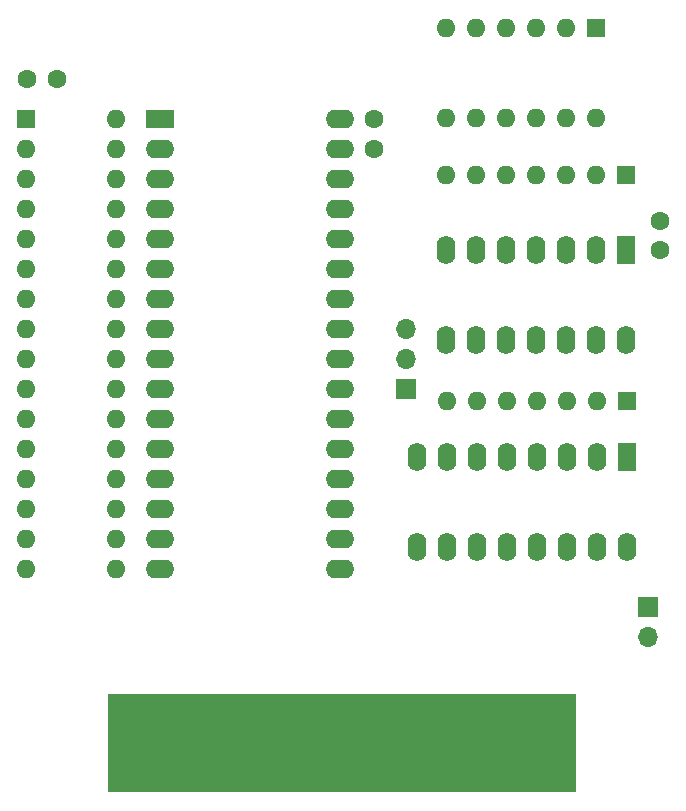
<source format=gbr>
%TF.GenerationSoftware,KiCad,Pcbnew,9.0.0*%
%TF.CreationDate,2025-05-02T13:48:10-04:00*%
%TF.ProjectId,cbm2rrcart,63626d32-7272-4636-9172-742e6b696361,rev?*%
%TF.SameCoordinates,Original*%
%TF.FileFunction,Soldermask,Top*%
%TF.FilePolarity,Negative*%
%FSLAX46Y46*%
G04 Gerber Fmt 4.6, Leading zero omitted, Abs format (unit mm)*
G04 Created by KiCad (PCBNEW 9.0.0) date 2025-05-02 13:48:10*
%MOMM*%
%LPD*%
G01*
G04 APERTURE LIST*
%ADD10R,1.600000X2.400000*%
%ADD11O,1.600000X2.400000*%
%ADD12C,1.600000*%
%ADD13R,1.600000X1.600000*%
%ADD14O,1.600000X1.600000*%
%ADD15R,2.400000X1.600000*%
%ADD16O,2.400000X1.600000*%
%ADD17R,1.700000X1.700000*%
%ADD18O,1.700000X1.700000*%
%ADD19R,39.674800X8.315600*%
%ADD20R,1.524000X8.000000*%
G04 APERTURE END LIST*
D10*
%TO.C,U1*%
X177850800Y-93141800D03*
D11*
X175310800Y-93141800D03*
X172770800Y-93141800D03*
X170230800Y-93141800D03*
X167690800Y-93141800D03*
X165150800Y-93141800D03*
X162610800Y-93141800D03*
X160070800Y-93141800D03*
X160070800Y-100761800D03*
X162610800Y-100761800D03*
X165150800Y-100761800D03*
X167690800Y-100761800D03*
X170230800Y-100761800D03*
X172770800Y-100761800D03*
X175310800Y-100761800D03*
X177850800Y-100761800D03*
%TD*%
D12*
%TO.C,C2*%
X156438600Y-64577600D03*
X156438600Y-67077600D03*
%TD*%
D13*
%TO.C,RN1*%
X177850800Y-88417400D03*
D14*
X175310800Y-88417400D03*
X172770800Y-88417400D03*
X170230800Y-88417400D03*
X167690800Y-88417400D03*
X165150800Y-88417400D03*
X162610800Y-88417400D03*
%TD*%
D13*
%TO.C,RN2*%
X177774600Y-69316600D03*
D14*
X175234600Y-69316600D03*
X172694600Y-69316600D03*
X170154600Y-69316600D03*
X167614600Y-69316600D03*
X165074600Y-69316600D03*
X162534600Y-69316600D03*
%TD*%
D15*
%TO.C,U2*%
X138277600Y-64566800D03*
D16*
X138277600Y-67106800D03*
X138277600Y-69646800D03*
X138277600Y-72186800D03*
X138277600Y-74726800D03*
X138277600Y-77266800D03*
X138277600Y-79806800D03*
X138277600Y-82346800D03*
X138277600Y-84886800D03*
X138277600Y-87426800D03*
X138277600Y-89966800D03*
X138277600Y-92506800D03*
X138277600Y-95046800D03*
X138277600Y-97586800D03*
X138277600Y-100126800D03*
X138277600Y-102666800D03*
X153517600Y-102666800D03*
X153517600Y-100126800D03*
X153517600Y-97586800D03*
X153517600Y-95046800D03*
X153517600Y-92506800D03*
X153517600Y-89966800D03*
X153517600Y-87426800D03*
X153517600Y-84886800D03*
X153517600Y-82346800D03*
X153517600Y-79806800D03*
X153517600Y-77266800D03*
X153517600Y-74726800D03*
X153517600Y-72186800D03*
X153517600Y-69646800D03*
X153517600Y-67106800D03*
X153517600Y-64566800D03*
%TD*%
D17*
%TO.C,J1*%
X159131000Y-87401400D03*
D18*
X159131000Y-84861400D03*
X159131000Y-82321400D03*
%TD*%
D12*
%TO.C,C3*%
X129590800Y-61174000D03*
X127090800Y-61174000D03*
%TD*%
D10*
%TO.C,U4*%
X177800000Y-75641200D03*
D11*
X175260000Y-75641200D03*
X172720000Y-75641200D03*
X170180000Y-75641200D03*
X167640000Y-75641200D03*
X165100000Y-75641200D03*
X162560000Y-75641200D03*
X162560000Y-83261200D03*
X165100000Y-83261200D03*
X167640000Y-83261200D03*
X170180000Y-83261200D03*
X172720000Y-83261200D03*
X175260000Y-83261200D03*
X177800000Y-83261200D03*
%TD*%
D12*
%TO.C,C4*%
X180670200Y-73166600D03*
X180670200Y-75666600D03*
%TD*%
D13*
%TO.C,U3*%
X126949200Y-64566800D03*
D14*
X126949200Y-67106800D03*
X126949200Y-69646800D03*
X126949200Y-72186800D03*
X126949200Y-74726800D03*
X126949200Y-77266800D03*
X126949200Y-79806800D03*
X126949200Y-82346800D03*
X126949200Y-84886800D03*
X126949200Y-87426800D03*
X126949200Y-89966800D03*
X126949200Y-92506800D03*
X126949200Y-95046800D03*
X126949200Y-97586800D03*
X126949200Y-100126800D03*
X126949200Y-102666800D03*
X134569200Y-102666800D03*
X134569200Y-100126800D03*
X134569200Y-97586800D03*
X134569200Y-95046800D03*
X134569200Y-92506800D03*
X134569200Y-89966800D03*
X134569200Y-87426800D03*
X134569200Y-84886800D03*
X134569200Y-82346800D03*
X134569200Y-79806800D03*
X134569200Y-77266800D03*
X134569200Y-74726800D03*
X134569200Y-72186800D03*
X134569200Y-69646800D03*
X134569200Y-67106800D03*
X134569200Y-64566800D03*
%TD*%
D13*
%TO.C,SW1*%
X175234601Y-56870600D03*
D14*
X172694601Y-56870600D03*
X170154601Y-56870600D03*
X167614601Y-56870600D03*
X165074601Y-56870600D03*
X162534601Y-56870600D03*
X162534601Y-64490600D03*
X165074601Y-64490600D03*
X167614601Y-64490600D03*
X170154601Y-64490600D03*
X172694601Y-64490600D03*
X175234601Y-64490600D03*
%TD*%
D17*
%TO.C,J2*%
X179654200Y-105824100D03*
D18*
X179654200Y-108364100D03*
%TD*%
D19*
%TO.C,P1*%
X153695400Y-117340200D03*
D20*
X135890000Y-117348000D03*
X138430000Y-117348000D03*
X140970000Y-117348000D03*
X143510000Y-117348000D03*
X146050000Y-117348000D03*
X148590000Y-117348000D03*
X151130000Y-117348000D03*
X153670000Y-117348000D03*
X156210000Y-117348000D03*
X158750000Y-117348000D03*
X161290000Y-117348000D03*
X163830000Y-117348000D03*
X166370000Y-117348000D03*
X168910000Y-117348000D03*
X171450000Y-117348000D03*
%TD*%
M02*

</source>
